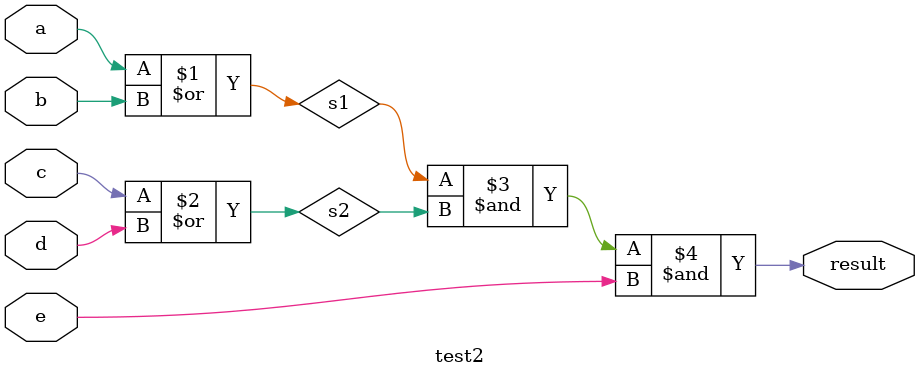
<source format=v>
module test2(result,a,b,c,d,e);

input a,b,c,d,e;
output result;

wire s1,s2;

or(s1,a,b);
or(s2,c,d);
and(result,s1,s2,e);

endmodule
</source>
